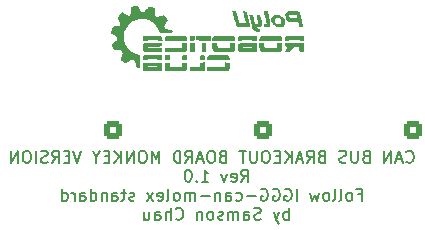
<source format=gbo>
G04 #@! TF.GenerationSoftware,KiCad,Pcbnew,6.0.1-79c1e3a40b~116~ubuntu18.04.1*
G04 #@! TF.CreationDate,2022-02-08T11:35:10+08:00*
G04 #@! TF.ProjectId,canbus_board,63616e62-7573-45f6-926f-6172642e6b69,rev?*
G04 #@! TF.SameCoordinates,Original*
G04 #@! TF.FileFunction,Legend,Bot*
G04 #@! TF.FilePolarity,Positive*
%FSLAX46Y46*%
G04 Gerber Fmt 4.6, Leading zero omitted, Abs format (unit mm)*
G04 Created by KiCad (PCBNEW 6.0.1-79c1e3a40b~116~ubuntu18.04.1) date 2022-02-08 11:35:10*
%MOMM*%
%LPD*%
G01*
G04 APERTURE LIST*
G04 Aperture macros list*
%AMRoundRect*
0 Rectangle with rounded corners*
0 $1 Rounding radius*
0 $2 $3 $4 $5 $6 $7 $8 $9 X,Y pos of 4 corners*
0 Add a 4 corners polygon primitive as box body*
4,1,4,$2,$3,$4,$5,$6,$7,$8,$9,$2,$3,0*
0 Add four circle primitives for the rounded corners*
1,1,$1+$1,$2,$3*
1,1,$1+$1,$4,$5*
1,1,$1+$1,$6,$7*
1,1,$1+$1,$8,$9*
0 Add four rect primitives between the rounded corners*
20,1,$1+$1,$2,$3,$4,$5,0*
20,1,$1+$1,$4,$5,$6,$7,0*
20,1,$1+$1,$6,$7,$8,$9,0*
20,1,$1+$1,$8,$9,$2,$3,0*%
G04 Aperture macros list end*
%ADD10C,0.150000*%
%ADD11C,1.000000*%
%ADD12RoundRect,0.250001X-0.499999X0.499999X-0.499999X-0.499999X0.499999X-0.499999X0.499999X0.499999X0*%
%ADD13C,1.500000*%
%ADD14RoundRect,0.250001X-0.499999X-0.499999X0.499999X-0.499999X0.499999X0.499999X-0.499999X0.499999X0*%
%ADD15RoundRect,0.250001X0.499999X0.499999X-0.499999X0.499999X-0.499999X-0.499999X0.499999X-0.499999X0*%
%ADD16R,1.700000X1.700000*%
%ADD17O,1.700000X1.700000*%
G04 APERTURE END LIST*
D10*
X105352380Y-49250142D02*
X105400000Y-49297761D01*
X105542857Y-49345380D01*
X105638095Y-49345380D01*
X105780952Y-49297761D01*
X105876190Y-49202523D01*
X105923809Y-49107285D01*
X105971428Y-48916809D01*
X105971428Y-48773952D01*
X105923809Y-48583476D01*
X105876190Y-48488238D01*
X105780952Y-48393000D01*
X105638095Y-48345380D01*
X105542857Y-48345380D01*
X105400000Y-48393000D01*
X105352380Y-48440619D01*
X104971428Y-49059666D02*
X104495238Y-49059666D01*
X105066666Y-49345380D02*
X104733333Y-48345380D01*
X104400000Y-49345380D01*
X104066666Y-49345380D02*
X104066666Y-48345380D01*
X103495238Y-49345380D01*
X103495238Y-48345380D01*
X101923809Y-48821571D02*
X101780952Y-48869190D01*
X101733333Y-48916809D01*
X101685714Y-49012047D01*
X101685714Y-49154904D01*
X101733333Y-49250142D01*
X101780952Y-49297761D01*
X101876190Y-49345380D01*
X102257142Y-49345380D01*
X102257142Y-48345380D01*
X101923809Y-48345380D01*
X101828571Y-48393000D01*
X101780952Y-48440619D01*
X101733333Y-48535857D01*
X101733333Y-48631095D01*
X101780952Y-48726333D01*
X101828571Y-48773952D01*
X101923809Y-48821571D01*
X102257142Y-48821571D01*
X101257142Y-48345380D02*
X101257142Y-49154904D01*
X101209523Y-49250142D01*
X101161904Y-49297761D01*
X101066666Y-49345380D01*
X100876190Y-49345380D01*
X100780952Y-49297761D01*
X100733333Y-49250142D01*
X100685714Y-49154904D01*
X100685714Y-48345380D01*
X100257142Y-49297761D02*
X100114285Y-49345380D01*
X99876190Y-49345380D01*
X99780952Y-49297761D01*
X99733333Y-49250142D01*
X99685714Y-49154904D01*
X99685714Y-49059666D01*
X99733333Y-48964428D01*
X99780952Y-48916809D01*
X99876190Y-48869190D01*
X100066666Y-48821571D01*
X100161904Y-48773952D01*
X100209523Y-48726333D01*
X100257142Y-48631095D01*
X100257142Y-48535857D01*
X100209523Y-48440619D01*
X100161904Y-48393000D01*
X100066666Y-48345380D01*
X99828571Y-48345380D01*
X99685714Y-48393000D01*
X98161904Y-48821571D02*
X98019047Y-48869190D01*
X97971428Y-48916809D01*
X97923809Y-49012047D01*
X97923809Y-49154904D01*
X97971428Y-49250142D01*
X98019047Y-49297761D01*
X98114285Y-49345380D01*
X98495238Y-49345380D01*
X98495238Y-48345380D01*
X98161904Y-48345380D01*
X98066666Y-48393000D01*
X98019047Y-48440619D01*
X97971428Y-48535857D01*
X97971428Y-48631095D01*
X98019047Y-48726333D01*
X98066666Y-48773952D01*
X98161904Y-48821571D01*
X98495238Y-48821571D01*
X96923809Y-49345380D02*
X97257142Y-48869190D01*
X97495238Y-49345380D02*
X97495238Y-48345380D01*
X97114285Y-48345380D01*
X97019047Y-48393000D01*
X96971428Y-48440619D01*
X96923809Y-48535857D01*
X96923809Y-48678714D01*
X96971428Y-48773952D01*
X97019047Y-48821571D01*
X97114285Y-48869190D01*
X97495238Y-48869190D01*
X96542857Y-49059666D02*
X96066666Y-49059666D01*
X96638095Y-49345380D02*
X96304761Y-48345380D01*
X95971428Y-49345380D01*
X95638095Y-49345380D02*
X95638095Y-48345380D01*
X95066666Y-49345380D02*
X95495238Y-48773952D01*
X95066666Y-48345380D02*
X95638095Y-48916809D01*
X94638095Y-48821571D02*
X94304761Y-48821571D01*
X94161904Y-49345380D02*
X94638095Y-49345380D01*
X94638095Y-48345380D01*
X94161904Y-48345380D01*
X93542857Y-48345380D02*
X93352380Y-48345380D01*
X93257142Y-48393000D01*
X93161904Y-48488238D01*
X93114285Y-48678714D01*
X93114285Y-49012047D01*
X93161904Y-49202523D01*
X93257142Y-49297761D01*
X93352380Y-49345380D01*
X93542857Y-49345380D01*
X93638095Y-49297761D01*
X93733333Y-49202523D01*
X93780952Y-49012047D01*
X93780952Y-48678714D01*
X93733333Y-48488238D01*
X93638095Y-48393000D01*
X93542857Y-48345380D01*
X92685714Y-48345380D02*
X92685714Y-49154904D01*
X92638095Y-49250142D01*
X92590476Y-49297761D01*
X92495238Y-49345380D01*
X92304761Y-49345380D01*
X92209523Y-49297761D01*
X92161904Y-49250142D01*
X92114285Y-49154904D01*
X92114285Y-48345380D01*
X91780952Y-48345380D02*
X91209523Y-48345380D01*
X91495238Y-49345380D02*
X91495238Y-48345380D01*
X89780952Y-48821571D02*
X89638095Y-48869190D01*
X89590476Y-48916809D01*
X89542857Y-49012047D01*
X89542857Y-49154904D01*
X89590476Y-49250142D01*
X89638095Y-49297761D01*
X89733333Y-49345380D01*
X90114285Y-49345380D01*
X90114285Y-48345380D01*
X89780952Y-48345380D01*
X89685714Y-48393000D01*
X89638095Y-48440619D01*
X89590476Y-48535857D01*
X89590476Y-48631095D01*
X89638095Y-48726333D01*
X89685714Y-48773952D01*
X89780952Y-48821571D01*
X90114285Y-48821571D01*
X88923809Y-48345380D02*
X88733333Y-48345380D01*
X88638095Y-48393000D01*
X88542857Y-48488238D01*
X88495238Y-48678714D01*
X88495238Y-49012047D01*
X88542857Y-49202523D01*
X88638095Y-49297761D01*
X88733333Y-49345380D01*
X88923809Y-49345380D01*
X89019047Y-49297761D01*
X89114285Y-49202523D01*
X89161904Y-49012047D01*
X89161904Y-48678714D01*
X89114285Y-48488238D01*
X89019047Y-48393000D01*
X88923809Y-48345380D01*
X88114285Y-49059666D02*
X87638095Y-49059666D01*
X88209523Y-49345380D02*
X87876190Y-48345380D01*
X87542857Y-49345380D01*
X86638095Y-49345380D02*
X86971428Y-48869190D01*
X87209523Y-49345380D02*
X87209523Y-48345380D01*
X86828571Y-48345380D01*
X86733333Y-48393000D01*
X86685714Y-48440619D01*
X86638095Y-48535857D01*
X86638095Y-48678714D01*
X86685714Y-48773952D01*
X86733333Y-48821571D01*
X86828571Y-48869190D01*
X87209523Y-48869190D01*
X86209523Y-49345380D02*
X86209523Y-48345380D01*
X85971428Y-48345380D01*
X85828571Y-48393000D01*
X85733333Y-48488238D01*
X85685714Y-48583476D01*
X85638095Y-48773952D01*
X85638095Y-48916809D01*
X85685714Y-49107285D01*
X85733333Y-49202523D01*
X85828571Y-49297761D01*
X85971428Y-49345380D01*
X86209523Y-49345380D01*
X84447619Y-49345380D02*
X84447619Y-48345380D01*
X84114285Y-49059666D01*
X83780952Y-48345380D01*
X83780952Y-49345380D01*
X83114285Y-48345380D02*
X82923809Y-48345380D01*
X82828571Y-48393000D01*
X82733333Y-48488238D01*
X82685714Y-48678714D01*
X82685714Y-49012047D01*
X82733333Y-49202523D01*
X82828571Y-49297761D01*
X82923809Y-49345380D01*
X83114285Y-49345380D01*
X83209523Y-49297761D01*
X83304761Y-49202523D01*
X83352380Y-49012047D01*
X83352380Y-48678714D01*
X83304761Y-48488238D01*
X83209523Y-48393000D01*
X83114285Y-48345380D01*
X82257142Y-49345380D02*
X82257142Y-48345380D01*
X81685714Y-49345380D01*
X81685714Y-48345380D01*
X81209523Y-49345380D02*
X81209523Y-48345380D01*
X80638095Y-49345380D02*
X81066666Y-48773952D01*
X80638095Y-48345380D02*
X81209523Y-48916809D01*
X80209523Y-48821571D02*
X79876190Y-48821571D01*
X79733333Y-49345380D02*
X80209523Y-49345380D01*
X80209523Y-48345380D01*
X79733333Y-48345380D01*
X79114285Y-48869190D02*
X79114285Y-49345380D01*
X79447619Y-48345380D02*
X79114285Y-48869190D01*
X78780952Y-48345380D01*
X77828571Y-48345380D02*
X77495238Y-49345380D01*
X77161904Y-48345380D01*
X76828571Y-48821571D02*
X76495238Y-48821571D01*
X76352380Y-49345380D02*
X76828571Y-49345380D01*
X76828571Y-48345380D01*
X76352380Y-48345380D01*
X75352380Y-49345380D02*
X75685714Y-48869190D01*
X75923809Y-49345380D02*
X75923809Y-48345380D01*
X75542857Y-48345380D01*
X75447619Y-48393000D01*
X75400000Y-48440619D01*
X75352380Y-48535857D01*
X75352380Y-48678714D01*
X75400000Y-48773952D01*
X75447619Y-48821571D01*
X75542857Y-48869190D01*
X75923809Y-48869190D01*
X74971428Y-49297761D02*
X74828571Y-49345380D01*
X74590476Y-49345380D01*
X74495238Y-49297761D01*
X74447619Y-49250142D01*
X74400000Y-49154904D01*
X74400000Y-49059666D01*
X74447619Y-48964428D01*
X74495238Y-48916809D01*
X74590476Y-48869190D01*
X74780952Y-48821571D01*
X74876190Y-48773952D01*
X74923809Y-48726333D01*
X74971428Y-48631095D01*
X74971428Y-48535857D01*
X74923809Y-48440619D01*
X74876190Y-48393000D01*
X74780952Y-48345380D01*
X74542857Y-48345380D01*
X74400000Y-48393000D01*
X73971428Y-49345380D02*
X73971428Y-48345380D01*
X73304761Y-48345380D02*
X73114285Y-48345380D01*
X73019047Y-48393000D01*
X72923809Y-48488238D01*
X72876190Y-48678714D01*
X72876190Y-49012047D01*
X72923809Y-49202523D01*
X73019047Y-49297761D01*
X73114285Y-49345380D01*
X73304761Y-49345380D01*
X73400000Y-49297761D01*
X73495238Y-49202523D01*
X73542857Y-49012047D01*
X73542857Y-48678714D01*
X73495238Y-48488238D01*
X73400000Y-48393000D01*
X73304761Y-48345380D01*
X72447619Y-49345380D02*
X72447619Y-48345380D01*
X71876190Y-49345380D01*
X71876190Y-48345380D01*
X91352380Y-50955380D02*
X91685714Y-50479190D01*
X91923809Y-50955380D02*
X91923809Y-49955380D01*
X91542857Y-49955380D01*
X91447619Y-50003000D01*
X91400000Y-50050619D01*
X91352380Y-50145857D01*
X91352380Y-50288714D01*
X91400000Y-50383952D01*
X91447619Y-50431571D01*
X91542857Y-50479190D01*
X91923809Y-50479190D01*
X90542857Y-50907761D02*
X90638095Y-50955380D01*
X90828571Y-50955380D01*
X90923809Y-50907761D01*
X90971428Y-50812523D01*
X90971428Y-50431571D01*
X90923809Y-50336333D01*
X90828571Y-50288714D01*
X90638095Y-50288714D01*
X90542857Y-50336333D01*
X90495238Y-50431571D01*
X90495238Y-50526809D01*
X90971428Y-50622047D01*
X90161904Y-50288714D02*
X89923809Y-50955380D01*
X89685714Y-50288714D01*
X88019047Y-50955380D02*
X88590476Y-50955380D01*
X88304761Y-50955380D02*
X88304761Y-49955380D01*
X88400000Y-50098238D01*
X88495238Y-50193476D01*
X88590476Y-50241095D01*
X87590476Y-50860142D02*
X87542857Y-50907761D01*
X87590476Y-50955380D01*
X87638095Y-50907761D01*
X87590476Y-50860142D01*
X87590476Y-50955380D01*
X86923809Y-49955380D02*
X86828571Y-49955380D01*
X86733333Y-50003000D01*
X86685714Y-50050619D01*
X86638095Y-50145857D01*
X86590476Y-50336333D01*
X86590476Y-50574428D01*
X86638095Y-50764904D01*
X86685714Y-50860142D01*
X86733333Y-50907761D01*
X86828571Y-50955380D01*
X86923809Y-50955380D01*
X87019047Y-50907761D01*
X87066666Y-50860142D01*
X87114285Y-50764904D01*
X87161904Y-50574428D01*
X87161904Y-50336333D01*
X87114285Y-50145857D01*
X87066666Y-50050619D01*
X87019047Y-50003000D01*
X86923809Y-49955380D01*
X101257142Y-52041571D02*
X101590476Y-52041571D01*
X101590476Y-52565380D02*
X101590476Y-51565380D01*
X101114285Y-51565380D01*
X100590476Y-52565380D02*
X100685714Y-52517761D01*
X100733333Y-52470142D01*
X100780952Y-52374904D01*
X100780952Y-52089190D01*
X100733333Y-51993952D01*
X100685714Y-51946333D01*
X100590476Y-51898714D01*
X100447619Y-51898714D01*
X100352380Y-51946333D01*
X100304761Y-51993952D01*
X100257142Y-52089190D01*
X100257142Y-52374904D01*
X100304761Y-52470142D01*
X100352380Y-52517761D01*
X100447619Y-52565380D01*
X100590476Y-52565380D01*
X99685714Y-52565380D02*
X99780952Y-52517761D01*
X99828571Y-52422523D01*
X99828571Y-51565380D01*
X99161904Y-52565380D02*
X99257142Y-52517761D01*
X99304761Y-52422523D01*
X99304761Y-51565380D01*
X98638095Y-52565380D02*
X98733333Y-52517761D01*
X98780952Y-52470142D01*
X98828571Y-52374904D01*
X98828571Y-52089190D01*
X98780952Y-51993952D01*
X98733333Y-51946333D01*
X98638095Y-51898714D01*
X98495238Y-51898714D01*
X98400000Y-51946333D01*
X98352380Y-51993952D01*
X98304761Y-52089190D01*
X98304761Y-52374904D01*
X98352380Y-52470142D01*
X98400000Y-52517761D01*
X98495238Y-52565380D01*
X98638095Y-52565380D01*
X97971428Y-51898714D02*
X97780952Y-52565380D01*
X97590476Y-52089190D01*
X97400000Y-52565380D01*
X97209523Y-51898714D01*
X96066666Y-52565380D02*
X96066666Y-51565380D01*
X95066666Y-51613000D02*
X95161904Y-51565380D01*
X95304761Y-51565380D01*
X95447619Y-51613000D01*
X95542857Y-51708238D01*
X95590476Y-51803476D01*
X95638095Y-51993952D01*
X95638095Y-52136809D01*
X95590476Y-52327285D01*
X95542857Y-52422523D01*
X95447619Y-52517761D01*
X95304761Y-52565380D01*
X95209523Y-52565380D01*
X95066666Y-52517761D01*
X95019047Y-52470142D01*
X95019047Y-52136809D01*
X95209523Y-52136809D01*
X94066666Y-51613000D02*
X94161904Y-51565380D01*
X94304761Y-51565380D01*
X94447619Y-51613000D01*
X94542857Y-51708238D01*
X94590476Y-51803476D01*
X94638095Y-51993952D01*
X94638095Y-52136809D01*
X94590476Y-52327285D01*
X94542857Y-52422523D01*
X94447619Y-52517761D01*
X94304761Y-52565380D01*
X94209523Y-52565380D01*
X94066666Y-52517761D01*
X94019047Y-52470142D01*
X94019047Y-52136809D01*
X94209523Y-52136809D01*
X93066666Y-51613000D02*
X93161904Y-51565380D01*
X93304761Y-51565380D01*
X93447619Y-51613000D01*
X93542857Y-51708238D01*
X93590476Y-51803476D01*
X93638095Y-51993952D01*
X93638095Y-52136809D01*
X93590476Y-52327285D01*
X93542857Y-52422523D01*
X93447619Y-52517761D01*
X93304761Y-52565380D01*
X93209523Y-52565380D01*
X93066666Y-52517761D01*
X93019047Y-52470142D01*
X93019047Y-52136809D01*
X93209523Y-52136809D01*
X92590476Y-52184428D02*
X91828571Y-52184428D01*
X90923809Y-52517761D02*
X91019047Y-52565380D01*
X91209523Y-52565380D01*
X91304761Y-52517761D01*
X91352380Y-52470142D01*
X91400000Y-52374904D01*
X91400000Y-52089190D01*
X91352380Y-51993952D01*
X91304761Y-51946333D01*
X91209523Y-51898714D01*
X91019047Y-51898714D01*
X90923809Y-51946333D01*
X90066666Y-52565380D02*
X90066666Y-52041571D01*
X90114285Y-51946333D01*
X90209523Y-51898714D01*
X90400000Y-51898714D01*
X90495238Y-51946333D01*
X90066666Y-52517761D02*
X90161904Y-52565380D01*
X90400000Y-52565380D01*
X90495238Y-52517761D01*
X90542857Y-52422523D01*
X90542857Y-52327285D01*
X90495238Y-52232047D01*
X90400000Y-52184428D01*
X90161904Y-52184428D01*
X90066666Y-52136809D01*
X89590476Y-51898714D02*
X89590476Y-52565380D01*
X89590476Y-51993952D02*
X89542857Y-51946333D01*
X89447619Y-51898714D01*
X89304761Y-51898714D01*
X89209523Y-51946333D01*
X89161904Y-52041571D01*
X89161904Y-52565380D01*
X88685714Y-52184428D02*
X87923809Y-52184428D01*
X87447619Y-52565380D02*
X87447619Y-51898714D01*
X87447619Y-51993952D02*
X87400000Y-51946333D01*
X87304761Y-51898714D01*
X87161904Y-51898714D01*
X87066666Y-51946333D01*
X87019047Y-52041571D01*
X87019047Y-52565380D01*
X87019047Y-52041571D02*
X86971428Y-51946333D01*
X86876190Y-51898714D01*
X86733333Y-51898714D01*
X86638095Y-51946333D01*
X86590476Y-52041571D01*
X86590476Y-52565380D01*
X85971428Y-52565380D02*
X86066666Y-52517761D01*
X86114285Y-52470142D01*
X86161904Y-52374904D01*
X86161904Y-52089190D01*
X86114285Y-51993952D01*
X86066666Y-51946333D01*
X85971428Y-51898714D01*
X85828571Y-51898714D01*
X85733333Y-51946333D01*
X85685714Y-51993952D01*
X85638095Y-52089190D01*
X85638095Y-52374904D01*
X85685714Y-52470142D01*
X85733333Y-52517761D01*
X85828571Y-52565380D01*
X85971428Y-52565380D01*
X85066666Y-52565380D02*
X85161904Y-52517761D01*
X85209523Y-52422523D01*
X85209523Y-51565380D01*
X84304761Y-52517761D02*
X84400000Y-52565380D01*
X84590476Y-52565380D01*
X84685714Y-52517761D01*
X84733333Y-52422523D01*
X84733333Y-52041571D01*
X84685714Y-51946333D01*
X84590476Y-51898714D01*
X84400000Y-51898714D01*
X84304761Y-51946333D01*
X84257142Y-52041571D01*
X84257142Y-52136809D01*
X84733333Y-52232047D01*
X83923809Y-52565380D02*
X83400000Y-51898714D01*
X83923809Y-51898714D02*
X83400000Y-52565380D01*
X82304761Y-52517761D02*
X82209523Y-52565380D01*
X82019047Y-52565380D01*
X81923809Y-52517761D01*
X81876190Y-52422523D01*
X81876190Y-52374904D01*
X81923809Y-52279666D01*
X82019047Y-52232047D01*
X82161904Y-52232047D01*
X82257142Y-52184428D01*
X82304761Y-52089190D01*
X82304761Y-52041571D01*
X82257142Y-51946333D01*
X82161904Y-51898714D01*
X82019047Y-51898714D01*
X81923809Y-51946333D01*
X81590476Y-51898714D02*
X81209523Y-51898714D01*
X81447619Y-51565380D02*
X81447619Y-52422523D01*
X81400000Y-52517761D01*
X81304761Y-52565380D01*
X81209523Y-52565380D01*
X80447619Y-52565380D02*
X80447619Y-52041571D01*
X80495238Y-51946333D01*
X80590476Y-51898714D01*
X80780952Y-51898714D01*
X80876190Y-51946333D01*
X80447619Y-52517761D02*
X80542857Y-52565380D01*
X80780952Y-52565380D01*
X80876190Y-52517761D01*
X80923809Y-52422523D01*
X80923809Y-52327285D01*
X80876190Y-52232047D01*
X80780952Y-52184428D01*
X80542857Y-52184428D01*
X80447619Y-52136809D01*
X79971428Y-51898714D02*
X79971428Y-52565380D01*
X79971428Y-51993952D02*
X79923809Y-51946333D01*
X79828571Y-51898714D01*
X79685714Y-51898714D01*
X79590476Y-51946333D01*
X79542857Y-52041571D01*
X79542857Y-52565380D01*
X78638095Y-52565380D02*
X78638095Y-51565380D01*
X78638095Y-52517761D02*
X78733333Y-52565380D01*
X78923809Y-52565380D01*
X79019047Y-52517761D01*
X79066666Y-52470142D01*
X79114285Y-52374904D01*
X79114285Y-52089190D01*
X79066666Y-51993952D01*
X79019047Y-51946333D01*
X78923809Y-51898714D01*
X78733333Y-51898714D01*
X78638095Y-51946333D01*
X77733333Y-52565380D02*
X77733333Y-52041571D01*
X77780952Y-51946333D01*
X77876190Y-51898714D01*
X78066666Y-51898714D01*
X78161904Y-51946333D01*
X77733333Y-52517761D02*
X77828571Y-52565380D01*
X78066666Y-52565380D01*
X78161904Y-52517761D01*
X78209523Y-52422523D01*
X78209523Y-52327285D01*
X78161904Y-52232047D01*
X78066666Y-52184428D01*
X77828571Y-52184428D01*
X77733333Y-52136809D01*
X77257142Y-52565380D02*
X77257142Y-51898714D01*
X77257142Y-52089190D02*
X77209523Y-51993952D01*
X77161904Y-51946333D01*
X77066666Y-51898714D01*
X76971428Y-51898714D01*
X76209523Y-52565380D02*
X76209523Y-51565380D01*
X76209523Y-52517761D02*
X76304761Y-52565380D01*
X76495238Y-52565380D01*
X76590476Y-52517761D01*
X76638095Y-52470142D01*
X76685714Y-52374904D01*
X76685714Y-52089190D01*
X76638095Y-51993952D01*
X76590476Y-51946333D01*
X76495238Y-51898714D01*
X76304761Y-51898714D01*
X76209523Y-51946333D01*
X95400000Y-54175380D02*
X95400000Y-53175380D01*
X95400000Y-53556333D02*
X95304761Y-53508714D01*
X95114285Y-53508714D01*
X95019047Y-53556333D01*
X94971428Y-53603952D01*
X94923809Y-53699190D01*
X94923809Y-53984904D01*
X94971428Y-54080142D01*
X95019047Y-54127761D01*
X95114285Y-54175380D01*
X95304761Y-54175380D01*
X95400000Y-54127761D01*
X94590476Y-53508714D02*
X94352380Y-54175380D01*
X94114285Y-53508714D02*
X94352380Y-54175380D01*
X94447619Y-54413476D01*
X94495238Y-54461095D01*
X94590476Y-54508714D01*
X93019047Y-54127761D02*
X92876190Y-54175380D01*
X92638095Y-54175380D01*
X92542857Y-54127761D01*
X92495238Y-54080142D01*
X92447619Y-53984904D01*
X92447619Y-53889666D01*
X92495238Y-53794428D01*
X92542857Y-53746809D01*
X92638095Y-53699190D01*
X92828571Y-53651571D01*
X92923809Y-53603952D01*
X92971428Y-53556333D01*
X93019047Y-53461095D01*
X93019047Y-53365857D01*
X92971428Y-53270619D01*
X92923809Y-53223000D01*
X92828571Y-53175380D01*
X92590476Y-53175380D01*
X92447619Y-53223000D01*
X91590476Y-54175380D02*
X91590476Y-53651571D01*
X91638095Y-53556333D01*
X91733333Y-53508714D01*
X91923809Y-53508714D01*
X92019047Y-53556333D01*
X91590476Y-54127761D02*
X91685714Y-54175380D01*
X91923809Y-54175380D01*
X92019047Y-54127761D01*
X92066666Y-54032523D01*
X92066666Y-53937285D01*
X92019047Y-53842047D01*
X91923809Y-53794428D01*
X91685714Y-53794428D01*
X91590476Y-53746809D01*
X91114285Y-54175380D02*
X91114285Y-53508714D01*
X91114285Y-53603952D02*
X91066666Y-53556333D01*
X90971428Y-53508714D01*
X90828571Y-53508714D01*
X90733333Y-53556333D01*
X90685714Y-53651571D01*
X90685714Y-54175380D01*
X90685714Y-53651571D02*
X90638095Y-53556333D01*
X90542857Y-53508714D01*
X90400000Y-53508714D01*
X90304761Y-53556333D01*
X90257142Y-53651571D01*
X90257142Y-54175380D01*
X89828571Y-54127761D02*
X89733333Y-54175380D01*
X89542857Y-54175380D01*
X89447619Y-54127761D01*
X89400000Y-54032523D01*
X89400000Y-53984904D01*
X89447619Y-53889666D01*
X89542857Y-53842047D01*
X89685714Y-53842047D01*
X89780952Y-53794428D01*
X89828571Y-53699190D01*
X89828571Y-53651571D01*
X89780952Y-53556333D01*
X89685714Y-53508714D01*
X89542857Y-53508714D01*
X89447619Y-53556333D01*
X88828571Y-54175380D02*
X88923809Y-54127761D01*
X88971428Y-54080142D01*
X89019047Y-53984904D01*
X89019047Y-53699190D01*
X88971428Y-53603952D01*
X88923809Y-53556333D01*
X88828571Y-53508714D01*
X88685714Y-53508714D01*
X88590476Y-53556333D01*
X88542857Y-53603952D01*
X88495238Y-53699190D01*
X88495238Y-53984904D01*
X88542857Y-54080142D01*
X88590476Y-54127761D01*
X88685714Y-54175380D01*
X88828571Y-54175380D01*
X88066666Y-53508714D02*
X88066666Y-54175380D01*
X88066666Y-53603952D02*
X88019047Y-53556333D01*
X87923809Y-53508714D01*
X87780952Y-53508714D01*
X87685714Y-53556333D01*
X87638095Y-53651571D01*
X87638095Y-54175380D01*
X85828571Y-54080142D02*
X85876190Y-54127761D01*
X86019047Y-54175380D01*
X86114285Y-54175380D01*
X86257142Y-54127761D01*
X86352380Y-54032523D01*
X86400000Y-53937285D01*
X86447619Y-53746809D01*
X86447619Y-53603952D01*
X86400000Y-53413476D01*
X86352380Y-53318238D01*
X86257142Y-53223000D01*
X86114285Y-53175380D01*
X86019047Y-53175380D01*
X85876190Y-53223000D01*
X85828571Y-53270619D01*
X85400000Y-54175380D02*
X85400000Y-53175380D01*
X84971428Y-54175380D02*
X84971428Y-53651571D01*
X85019047Y-53556333D01*
X85114285Y-53508714D01*
X85257142Y-53508714D01*
X85352380Y-53556333D01*
X85400000Y-53603952D01*
X84066666Y-54175380D02*
X84066666Y-53651571D01*
X84114285Y-53556333D01*
X84209523Y-53508714D01*
X84400000Y-53508714D01*
X84495238Y-53556333D01*
X84066666Y-54127761D02*
X84161904Y-54175380D01*
X84400000Y-54175380D01*
X84495238Y-54127761D01*
X84542857Y-54032523D01*
X84542857Y-53937285D01*
X84495238Y-53842047D01*
X84400000Y-53794428D01*
X84161904Y-53794428D01*
X84066666Y-53746809D01*
X83161904Y-53508714D02*
X83161904Y-54175380D01*
X83590476Y-53508714D02*
X83590476Y-54032523D01*
X83542857Y-54127761D01*
X83447619Y-54175380D01*
X83304761Y-54175380D01*
X83209523Y-54127761D01*
X83161904Y-54080142D01*
G36*
X88169193Y-40252148D02*
G01*
X88174973Y-40253313D01*
X88225868Y-40267745D01*
X88252608Y-40295567D01*
X88262957Y-40353559D01*
X88264682Y-40458503D01*
X88264682Y-40645736D01*
X87882727Y-40645736D01*
X87882727Y-40458503D01*
X87882731Y-40447169D01*
X87884893Y-40346941D01*
X87896351Y-40292215D01*
X87924870Y-40266211D01*
X87978215Y-40252148D01*
X88063261Y-40244340D01*
X88169193Y-40252148D01*
G37*
G36*
X82633282Y-36073968D02*
G01*
X82653808Y-36097204D01*
X82696786Y-36165083D01*
X82746938Y-36257967D01*
X82814080Y-36386522D01*
X82879289Y-36493142D01*
X82936456Y-36557774D01*
X82994172Y-36589726D01*
X83061029Y-36598309D01*
X83099906Y-36596372D01*
X83147557Y-36581796D01*
X83194902Y-36544190D01*
X83253586Y-36473404D01*
X83335256Y-36359287D01*
X83373031Y-36306917D01*
X83449698Y-36211195D01*
X83513511Y-36144992D01*
X83553547Y-36120266D01*
X83555702Y-36120321D01*
X83613673Y-36131466D01*
X83710426Y-36158219D01*
X83826213Y-36195157D01*
X84047263Y-36270049D01*
X84047263Y-36579406D01*
X84047265Y-36589934D01*
X84048451Y-36730326D01*
X84053925Y-36822197D01*
X84066762Y-36879876D01*
X84090040Y-36917694D01*
X84126837Y-36949979D01*
X84183929Y-36987224D01*
X84247855Y-37006131D01*
X84326301Y-37000419D01*
X84433437Y-36968855D01*
X84583433Y-36910204D01*
X84833137Y-36807281D01*
X84925155Y-36917914D01*
X84939020Y-36934765D01*
X85023057Y-37041772D01*
X85100886Y-37147139D01*
X85184599Y-37265731D01*
X85021758Y-37485667D01*
X84935627Y-37606141D01*
X84884700Y-37694182D01*
X84865314Y-37764883D01*
X84873082Y-37834309D01*
X84903621Y-37918524D01*
X84915356Y-37945452D01*
X84943889Y-37991553D01*
X84987123Y-38021190D01*
X85061167Y-38042830D01*
X85182130Y-38064945D01*
X85238585Y-38074585D01*
X85381444Y-38102094D01*
X85474638Y-38128433D01*
X85528461Y-38158693D01*
X85553207Y-38197961D01*
X85559168Y-38251325D01*
X85547733Y-38317982D01*
X85508820Y-38363657D01*
X85479717Y-38369978D01*
X85390726Y-38377584D01*
X85263227Y-38381906D01*
X85111814Y-38383143D01*
X84951075Y-38381494D01*
X84795603Y-38377158D01*
X84659990Y-38370332D01*
X84558824Y-38361217D01*
X84506699Y-38350010D01*
X84470148Y-38322817D01*
X84445108Y-38278304D01*
X84439446Y-38240925D01*
X84402175Y-38141754D01*
X84337745Y-38017277D01*
X84255166Y-37882775D01*
X84163447Y-37753530D01*
X84071599Y-37644821D01*
X84032132Y-37604486D01*
X83797905Y-37408671D01*
X83546531Y-37272480D01*
X83271189Y-37192966D01*
X82965057Y-37167186D01*
X82780612Y-37177523D01*
X82480771Y-37241532D01*
X82206467Y-37360923D01*
X81963493Y-37532110D01*
X81757644Y-37751505D01*
X81594712Y-38015523D01*
X81561862Y-38086681D01*
X81465038Y-38384230D01*
X81429646Y-38683646D01*
X81454650Y-38978587D01*
X81539016Y-39262715D01*
X81681709Y-39529690D01*
X81881693Y-39773172D01*
X81888977Y-39780465D01*
X82094925Y-39957321D01*
X82316716Y-40087170D01*
X82576505Y-40183079D01*
X82758165Y-40235956D01*
X82758165Y-41314996D01*
X82650659Y-41314996D01*
X82605194Y-41313144D01*
X82544303Y-41295785D01*
X82502608Y-41250357D01*
X82471561Y-41165079D01*
X82442619Y-41028171D01*
X82432879Y-40975671D01*
X82407493Y-40849702D01*
X82384120Y-40768722D01*
X82356012Y-40719271D01*
X82316422Y-40687893D01*
X82258603Y-40661130D01*
X82185028Y-40633288D01*
X82108158Y-40619735D01*
X82035636Y-40635515D01*
X81950330Y-40685164D01*
X81835108Y-40773214D01*
X81811129Y-40792146D01*
X81714026Y-40863574D01*
X81635224Y-40913670D01*
X81589911Y-40932562D01*
X81577694Y-40930487D01*
X81516091Y-40900348D01*
X81431254Y-40843787D01*
X81338540Y-40772982D01*
X81253303Y-40700114D01*
X81190900Y-40637360D01*
X81166687Y-40596899D01*
X81167597Y-40588428D01*
X81184531Y-40525911D01*
X81218445Y-40426554D01*
X81263556Y-40307626D01*
X81360426Y-40063465D01*
X81278071Y-39938862D01*
X81195716Y-39814260D01*
X80580774Y-39833064D01*
X80493036Y-39609977D01*
X80487006Y-39594559D01*
X80445413Y-39483074D01*
X80415728Y-39394659D01*
X80404037Y-39347282D01*
X80410486Y-39332948D01*
X80456581Y-39282906D01*
X80537399Y-39212084D01*
X80641499Y-39130908D01*
X80712741Y-39077464D01*
X80800698Y-39006092D01*
X80851322Y-38952341D01*
X80874403Y-38904740D01*
X80879733Y-38851822D01*
X80879697Y-38846244D01*
X80875106Y-38776603D01*
X80855545Y-38724381D01*
X80810337Y-38678478D01*
X80728809Y-38627793D01*
X80600283Y-38561223D01*
X80569239Y-38545284D01*
X80463626Y-38485681D01*
X80385637Y-38433352D01*
X80350313Y-38398115D01*
X80348726Y-38391593D01*
X80350587Y-38329239D01*
X80365723Y-38227764D01*
X80391529Y-38105644D01*
X80411521Y-38024999D01*
X80444075Y-37925887D01*
X80486854Y-37864438D01*
X80553216Y-37831298D01*
X80656520Y-37817112D01*
X80810124Y-37812527D01*
X80885572Y-37810207D01*
X80975139Y-37799046D01*
X81035614Y-37772917D01*
X81088632Y-37725023D01*
X81097058Y-37715675D01*
X81146500Y-37648609D01*
X81166687Y-37598675D01*
X81164145Y-37586651D01*
X81137225Y-37524768D01*
X81087159Y-37430049D01*
X81021741Y-37317611D01*
X80958464Y-37211336D01*
X80915226Y-37121092D01*
X80906508Y-37050198D01*
X80935174Y-36982794D01*
X81004089Y-36903021D01*
X81116116Y-36795021D01*
X81293824Y-36626741D01*
X81567281Y-36775990D01*
X81840739Y-36925239D01*
X81925455Y-36862155D01*
X81958739Y-36834296D01*
X81988212Y-36793747D01*
X82008225Y-36733326D01*
X82023228Y-36638451D01*
X82037674Y-36494539D01*
X82065178Y-36190007D01*
X82333927Y-36122518D01*
X82384686Y-36110241D01*
X82502153Y-36085690D01*
X82590379Y-36072730D01*
X82633282Y-36073968D01*
G37*
G36*
X85189800Y-40253000D02*
G01*
X85304531Y-40271642D01*
X85304531Y-40645736D01*
X84890747Y-40645736D01*
X84890747Y-40458503D01*
X84890748Y-40451855D01*
X84892809Y-40349590D01*
X84903858Y-40293483D01*
X84931392Y-40266802D01*
X84982908Y-40252814D01*
X84985016Y-40252403D01*
X85083242Y-40245259D01*
X85189800Y-40253000D01*
G37*
G36*
X90187011Y-40875389D02*
G01*
X90381348Y-40884758D01*
X90390588Y-41147377D01*
X90391919Y-41194980D01*
X90388091Y-41351314D01*
X90367034Y-41458705D01*
X90325416Y-41527921D01*
X90259907Y-41569730D01*
X90213835Y-41576961D01*
X90112041Y-41583938D01*
X89964493Y-41590010D01*
X89780351Y-41594877D01*
X89568777Y-41598241D01*
X89338930Y-41599802D01*
X88487489Y-41601822D01*
X88487489Y-41283127D01*
X89179782Y-41282639D01*
X89260104Y-41282406D01*
X89458830Y-41280250D01*
X89633431Y-41276144D01*
X89774023Y-41270451D01*
X89870723Y-41263532D01*
X89913648Y-41255750D01*
X89932520Y-41228488D01*
X89956897Y-41151343D01*
X89973948Y-41047685D01*
X89992674Y-40866021D01*
X90187011Y-40875389D01*
G37*
G36*
X87421198Y-38622022D02*
G01*
X87431059Y-38777321D01*
X87433282Y-38827576D01*
X87432130Y-38920199D01*
X87424101Y-38976505D01*
X87407637Y-38994872D01*
X87339564Y-39014234D01*
X87215305Y-39020391D01*
X87023328Y-39020391D01*
X87023328Y-38603046D01*
X87421198Y-38622022D01*
G37*
G36*
X90023300Y-38606122D02*
G01*
X90266886Y-38607076D01*
X90456684Y-38610712D01*
X90599405Y-38618836D01*
X90701758Y-38633251D01*
X90770455Y-38655762D01*
X90812205Y-38688173D01*
X90833719Y-38732289D01*
X90841706Y-38789913D01*
X90842877Y-38862851D01*
X90842877Y-39020391D01*
X88933103Y-39020391D01*
X88933103Y-38862851D01*
X88933231Y-38826467D01*
X88936778Y-38760968D01*
X88950301Y-38709933D01*
X88980512Y-38671556D01*
X89034121Y-38644034D01*
X89117838Y-38625562D01*
X89238373Y-38614335D01*
X89402437Y-38608550D01*
X89616739Y-38606403D01*
X89887990Y-38606088D01*
X90023300Y-38606122D01*
G37*
G36*
X92715882Y-39790630D02*
G01*
X92712594Y-39887420D01*
X92706455Y-39936125D01*
X92698681Y-39945609D01*
X92668040Y-39957359D01*
X92608701Y-39965628D01*
X92513678Y-39970730D01*
X92375985Y-39972976D01*
X92188635Y-39972678D01*
X91944641Y-39970149D01*
X91837921Y-39968803D01*
X91601377Y-39965189D01*
X91418809Y-39959038D01*
X91283234Y-39947364D01*
X91187671Y-39927180D01*
X91125138Y-39895498D01*
X91088655Y-39849331D01*
X91071239Y-39785691D01*
X91065909Y-39701590D01*
X91065684Y-39594043D01*
X91065676Y-39589386D01*
X91525747Y-39589386D01*
X91571973Y-39624313D01*
X91586828Y-39629780D01*
X91660071Y-39641917D01*
X91770006Y-39650807D01*
X91899941Y-39656163D01*
X92033183Y-39657700D01*
X92153038Y-39655131D01*
X92242814Y-39648172D01*
X92285818Y-39636535D01*
X92292899Y-39626998D01*
X92307037Y-39572796D01*
X92304187Y-39563291D01*
X92275382Y-39547427D01*
X92208603Y-39537277D01*
X92095309Y-39531888D01*
X91926961Y-39530304D01*
X91917046Y-39530310D01*
X91729046Y-39533976D01*
X91602411Y-39544713D01*
X91535269Y-39563017D01*
X91525747Y-39589386D01*
X91065676Y-39589386D01*
X91065594Y-39543979D01*
X91067098Y-39446906D01*
X91076631Y-39372019D01*
X91101146Y-39316442D01*
X91147597Y-39277302D01*
X91222936Y-39251724D01*
X91334117Y-39236833D01*
X91488093Y-39229756D01*
X91691816Y-39227617D01*
X91952240Y-39227543D01*
X92704907Y-39227543D01*
X92714042Y-39560019D01*
X92714290Y-39572796D01*
X92716005Y-39661357D01*
X92715882Y-39790630D01*
G37*
G36*
X84027189Y-38606915D02*
G01*
X84238565Y-38609174D01*
X84398792Y-38615393D01*
X84515145Y-38627678D01*
X84594901Y-38648137D01*
X84645336Y-38678877D01*
X84673725Y-38722005D01*
X84687347Y-38779627D01*
X84693475Y-38853851D01*
X84703096Y-39020391D01*
X84498438Y-39020391D01*
X84411404Y-39018109D01*
X84308151Y-39003070D01*
X84254155Y-38972587D01*
X84251349Y-38969437D01*
X84214423Y-38947892D01*
X84146058Y-38934160D01*
X84035551Y-38926904D01*
X83872200Y-38924783D01*
X83849619Y-38924810D01*
X83693124Y-38927473D01*
X83588198Y-38935430D01*
X83524139Y-38950022D01*
X83490245Y-38972587D01*
X83454540Y-38996684D01*
X83369680Y-39014762D01*
X83231712Y-39020391D01*
X83012802Y-39020391D01*
X83012802Y-38862851D01*
X83013412Y-38809996D01*
X83019995Y-38743900D01*
X83039786Y-38693891D01*
X83079992Y-38657735D01*
X83147820Y-38633199D01*
X83250477Y-38618047D01*
X83395171Y-38610046D01*
X83589108Y-38606961D01*
X83839496Y-38606558D01*
X84027189Y-38606915D01*
G37*
G36*
X93325584Y-39380800D02*
G01*
X93326072Y-39424475D01*
X93334439Y-39510339D01*
X93360385Y-39570349D01*
X93413126Y-39609519D01*
X93501877Y-39632863D01*
X93635852Y-39645394D01*
X93824266Y-39652126D01*
X93980499Y-39653785D01*
X94134148Y-39650313D01*
X94252032Y-39641840D01*
X94320258Y-39629013D01*
X94359383Y-39611600D01*
X94391531Y-39579818D01*
X94405038Y-39522088D01*
X94407789Y-39419549D01*
X94407789Y-39243478D01*
X94821574Y-39243478D01*
X94821574Y-39542336D01*
X94821469Y-39586276D01*
X94817415Y-39726703D01*
X94803157Y-39819698D01*
X94772837Y-39878260D01*
X94720599Y-39915387D01*
X94640589Y-39944079D01*
X94628436Y-39946948D01*
X94547628Y-39956109D01*
X94418732Y-39963237D01*
X94253940Y-39968319D01*
X94065447Y-39971344D01*
X93865445Y-39972299D01*
X93666126Y-39971172D01*
X93479683Y-39967950D01*
X93318310Y-39962622D01*
X93194200Y-39955176D01*
X93119544Y-39945599D01*
X93113369Y-39944146D01*
X93025079Y-39915246D01*
X92966674Y-39870764D01*
X92932257Y-39798738D01*
X92915931Y-39687208D01*
X92911799Y-39524212D01*
X92911799Y-39243478D01*
X93325584Y-39243478D01*
X93325584Y-39380800D01*
G37*
G36*
X88264682Y-41601822D02*
G01*
X86991499Y-41601822D01*
X86991499Y-41283127D01*
X87847859Y-41283127D01*
X87857336Y-41083942D01*
X87866812Y-40884758D01*
X88264682Y-40865782D01*
X88264682Y-41601822D01*
G37*
G36*
X85963701Y-38606103D02*
G01*
X86211769Y-38606894D01*
X86405218Y-38610254D01*
X86550841Y-38618055D01*
X86655428Y-38632166D01*
X86725771Y-38654459D01*
X86768661Y-38686803D01*
X86790888Y-38731070D01*
X86799245Y-38789129D01*
X86800521Y-38862851D01*
X86800521Y-39020391D01*
X84890747Y-39020391D01*
X84891234Y-38884946D01*
X84891469Y-38857471D01*
X84895786Y-38784510D01*
X84910675Y-38727226D01*
X84942771Y-38683724D01*
X84998709Y-38652110D01*
X85085125Y-38630492D01*
X85208656Y-38616974D01*
X85375936Y-38609664D01*
X85593602Y-38606666D01*
X85868289Y-38606088D01*
X85963701Y-38606103D01*
G37*
G36*
X96699519Y-39588731D02*
G01*
X96698322Y-39703951D01*
X96693886Y-39828033D01*
X96686940Y-39916475D01*
X96678299Y-39955230D01*
X96658268Y-39964136D01*
X96588134Y-39973647D01*
X96494370Y-39975743D01*
X96402008Y-39970284D01*
X96336082Y-39957132D01*
X96307006Y-39930167D01*
X96290527Y-39865170D01*
X96285734Y-39749980D01*
X96285734Y-39562173D01*
X95810353Y-39562173D01*
X95674227Y-39745423D01*
X95670361Y-39750619D01*
X95598911Y-39843936D01*
X95540016Y-39916178D01*
X95506091Y-39952087D01*
X95477547Y-39961603D01*
X95399698Y-39970962D01*
X95297782Y-39975263D01*
X95193665Y-39974315D01*
X95109210Y-39967929D01*
X95066283Y-39955914D01*
X95068127Y-39932405D01*
X95099091Y-39870274D01*
X95154212Y-39787405D01*
X95199762Y-39723142D01*
X95249467Y-39646652D01*
X95272890Y-39601597D01*
X95272651Y-39592771D01*
X95240064Y-39551731D01*
X95171699Y-39507183D01*
X95129995Y-39483773D01*
X95072016Y-39427424D01*
X95050322Y-39347054D01*
X95040347Y-39243478D01*
X96699519Y-39243478D01*
X96699519Y-39588731D01*
G37*
G36*
X86685790Y-40253000D02*
G01*
X86800521Y-40271642D01*
X86800521Y-40645736D01*
X86386737Y-40645736D01*
X86386737Y-40458503D01*
X86386738Y-40451855D01*
X86388799Y-40349590D01*
X86399848Y-40293483D01*
X86427382Y-40266802D01*
X86478898Y-40252814D01*
X86481006Y-40252403D01*
X86579232Y-40245259D01*
X86685790Y-40253000D01*
G37*
G36*
X93984754Y-38606103D02*
G01*
X94232821Y-38606894D01*
X94426271Y-38610254D01*
X94571894Y-38618055D01*
X94676481Y-38632166D01*
X94746824Y-38654459D01*
X94789714Y-38686803D01*
X94811941Y-38731070D01*
X94820297Y-38789129D01*
X94821574Y-38862851D01*
X94821574Y-39020391D01*
X92911799Y-39020391D01*
X92912287Y-38884946D01*
X92912521Y-38857471D01*
X92916839Y-38784510D01*
X92931728Y-38727226D01*
X92963823Y-38683724D01*
X93019761Y-38652110D01*
X93106178Y-38630492D01*
X93229708Y-38616974D01*
X93396989Y-38609664D01*
X93614654Y-38606666D01*
X93889341Y-38606088D01*
X93984754Y-38606103D01*
G37*
G36*
X89974935Y-40236790D02*
G01*
X90097518Y-40244014D01*
X90187131Y-40256117D01*
X90251498Y-40273811D01*
X90298339Y-40297807D01*
X90335379Y-40328819D01*
X90370975Y-40387654D01*
X90394564Y-40477323D01*
X90397529Y-40565545D01*
X90376043Y-40624490D01*
X90372085Y-40626024D01*
X90319831Y-40631296D01*
X90214273Y-40636013D01*
X90063518Y-40639996D01*
X89875675Y-40643065D01*
X89658851Y-40645039D01*
X89421156Y-40645736D01*
X88487489Y-40645736D01*
X88487489Y-40507263D01*
X88487745Y-40487557D01*
X88505033Y-40380218D01*
X88554420Y-40308079D01*
X88564910Y-40299200D01*
X88594451Y-40281398D01*
X88637052Y-40267842D01*
X88701146Y-40257772D01*
X88795165Y-40250428D01*
X88927543Y-40245048D01*
X89106713Y-40240873D01*
X89341109Y-40237143D01*
X89599973Y-40234130D01*
X89811661Y-40233733D01*
X89974935Y-40236790D01*
G37*
G36*
X92720822Y-39020391D02*
G01*
X92513930Y-39020391D01*
X92466975Y-39020041D01*
X92370204Y-39014305D01*
X92320850Y-38999401D01*
X92307037Y-38972587D01*
X92307033Y-38971993D01*
X92297140Y-38951941D01*
X92261871Y-38938340D01*
X92191662Y-38930044D01*
X92076950Y-38925907D01*
X91908169Y-38924783D01*
X91760627Y-38925687D01*
X91634816Y-38929773D01*
X91554510Y-38938198D01*
X91509850Y-38952093D01*
X91490979Y-38972587D01*
X91490946Y-38972674D01*
X91461002Y-39000835D01*
X91390909Y-39015915D01*
X91269171Y-39020391D01*
X91065684Y-39020391D01*
X91065684Y-38862851D01*
X91065690Y-38853077D01*
X91067661Y-38780149D01*
X91077952Y-38723207D01*
X91103479Y-38680271D01*
X91151161Y-38649366D01*
X91227915Y-38628513D01*
X91340657Y-38615736D01*
X91496306Y-38609058D01*
X91701780Y-38606501D01*
X91963994Y-38606088D01*
X92720822Y-38606088D01*
X92720822Y-39020391D01*
G37*
G36*
X89353181Y-39410018D02*
G01*
X89360005Y-39484186D01*
X89378919Y-39553965D01*
X89417581Y-39602179D01*
X89484752Y-39632391D01*
X89589191Y-39648162D01*
X89739658Y-39653056D01*
X89944914Y-39650633D01*
X90079983Y-39647497D01*
X90225583Y-39640544D01*
X90323587Y-39626191D01*
X90383442Y-39599443D01*
X90414597Y-39555302D01*
X90426502Y-39488773D01*
X90428605Y-39394858D01*
X90429093Y-39243478D01*
X90842877Y-39243478D01*
X90842877Y-39542336D01*
X90842770Y-39587096D01*
X90838739Y-39726955D01*
X90824524Y-39819582D01*
X90794237Y-39878085D01*
X90741989Y-39915568D01*
X90661892Y-39945138D01*
X90640596Y-39949205D01*
X90555592Y-39956329D01*
X90422527Y-39961927D01*
X90251779Y-39965725D01*
X90053725Y-39967450D01*
X89838743Y-39966829D01*
X89682982Y-39965554D01*
X89452258Y-39962696D01*
X89274429Y-39956349D01*
X89142619Y-39943313D01*
X89049951Y-39920390D01*
X88989550Y-39884380D01*
X88954541Y-39832086D01*
X88938047Y-39760307D01*
X88933193Y-39665846D01*
X88933103Y-39545504D01*
X88933103Y-39243478D01*
X89343560Y-39243478D01*
X89353181Y-39410018D01*
G37*
G36*
X95077669Y-37617795D02*
G01*
X94997034Y-37741559D01*
X94872018Y-37827789D01*
X94840844Y-37839579D01*
X94695996Y-37866833D01*
X94528137Y-37866720D01*
X94364778Y-37838652D01*
X94293983Y-37811810D01*
X94159459Y-37721022D01*
X94044226Y-37593860D01*
X93958175Y-37445493D01*
X93921275Y-37324224D01*
X94220834Y-37324224D01*
X94255176Y-37437029D01*
X94324850Y-37536221D01*
X94424796Y-37604709D01*
X94442044Y-37611822D01*
X94509935Y-37637502D01*
X94542043Y-37645662D01*
X94563409Y-37639931D01*
X94623423Y-37627408D01*
X94646840Y-37621044D01*
X94727061Y-37563063D01*
X94773869Y-37467590D01*
X94777002Y-37352965D01*
X94762904Y-37301347D01*
X94698555Y-37192069D01*
X94603645Y-37112752D01*
X94492825Y-37070211D01*
X94380744Y-37071263D01*
X94282054Y-37122721D01*
X94278392Y-37126134D01*
X94226885Y-37214895D01*
X94220834Y-37324224D01*
X93921275Y-37324224D01*
X93911194Y-37291093D01*
X93913172Y-37145830D01*
X93922826Y-37110255D01*
X93991062Y-36989816D01*
X94098618Y-36904455D01*
X94234918Y-36853430D01*
X94389389Y-36835997D01*
X94551456Y-36851413D01*
X94710547Y-36898935D01*
X94856086Y-36977820D01*
X94977500Y-37087325D01*
X95064216Y-37226708D01*
X95091137Y-37303518D01*
X95096887Y-37352965D01*
X95110259Y-37467960D01*
X95077669Y-37617795D01*
G37*
G36*
X96699519Y-39020391D02*
G01*
X96507542Y-39020391D01*
X96402289Y-39016708D01*
X96328710Y-39001655D01*
X96297245Y-38972587D01*
X96283541Y-38955349D01*
X96244316Y-38940261D01*
X96171158Y-38930900D01*
X96054170Y-38926122D01*
X95883460Y-38924783D01*
X95740524Y-38925641D01*
X95614166Y-38929683D01*
X95533501Y-38938093D01*
X95488636Y-38952013D01*
X95469676Y-38972587D01*
X95469642Y-38972674D01*
X95439699Y-39000835D01*
X95369606Y-39015915D01*
X95247868Y-39020391D01*
X95044381Y-39020391D01*
X95044381Y-38862851D01*
X95044387Y-38853077D01*
X95046358Y-38780149D01*
X95056649Y-38723207D01*
X95082176Y-38680271D01*
X95129858Y-38649366D01*
X95206611Y-38628513D01*
X95319354Y-38615736D01*
X95475003Y-38609058D01*
X95680476Y-38606501D01*
X95942691Y-38606088D01*
X96699519Y-38606088D01*
X96699519Y-39020391D01*
G37*
G36*
X96511367Y-37366117D02*
G01*
X96551492Y-37531835D01*
X96585340Y-37669912D01*
X96610097Y-37768892D01*
X96622949Y-37817317D01*
X96626891Y-37835611D01*
X96615152Y-37859574D01*
X96566223Y-37870496D01*
X96466920Y-37873089D01*
X96371173Y-37871394D01*
X96315138Y-37860051D01*
X96288416Y-37829766D01*
X96273349Y-37771249D01*
X96271932Y-37764248D01*
X96248237Y-37658802D01*
X96220399Y-37548163D01*
X96187792Y-37426916D01*
X95777009Y-37426916D01*
X95669222Y-37426304D01*
X95496919Y-37419368D01*
X95372807Y-37400236D01*
X95286663Y-37363413D01*
X95228270Y-37303402D01*
X95187405Y-37214708D01*
X95153848Y-37091835D01*
X95131188Y-36988258D01*
X95109651Y-36840525D01*
X95110435Y-36821395D01*
X95425123Y-36821395D01*
X95444602Y-36909036D01*
X95460762Y-36978850D01*
X95479183Y-37052449D01*
X95486544Y-37069709D01*
X95512641Y-37089605D01*
X95566650Y-37101301D01*
X95660475Y-37106829D01*
X95806020Y-37108221D01*
X96117755Y-37108221D01*
X96084978Y-36964808D01*
X96052202Y-36821395D01*
X95425123Y-36821395D01*
X95110435Y-36821395D01*
X95114080Y-36732430D01*
X95145758Y-36651487D01*
X95205971Y-36585207D01*
X95247160Y-36552736D01*
X95290233Y-36529158D01*
X95345583Y-36514452D01*
X95426055Y-36506532D01*
X95544495Y-36503310D01*
X95713746Y-36502700D01*
X95812445Y-36503221D01*
X95989882Y-36508863D01*
X96118479Y-36522488D01*
X96208324Y-36546300D01*
X96269507Y-36582499D01*
X96312116Y-36633287D01*
X96326004Y-36666157D01*
X96354586Y-36755852D01*
X96391679Y-36887264D01*
X96434025Y-37048726D01*
X96448693Y-37108221D01*
X96478365Y-37228573D01*
X96511367Y-37366117D01*
G37*
G36*
X84391979Y-39213240D02*
G01*
X84518147Y-39217918D01*
X84604428Y-39227441D01*
X84657530Y-39242736D01*
X84684163Y-39264728D01*
X84691038Y-39294343D01*
X84684863Y-39332506D01*
X84683623Y-39337532D01*
X84664695Y-39399537D01*
X84637129Y-39445300D01*
X84591757Y-39477674D01*
X84519409Y-39499510D01*
X84410915Y-39513659D01*
X84257107Y-39522973D01*
X84048815Y-39530304D01*
X84039183Y-39530600D01*
X83827106Y-39538461D01*
X83672316Y-39547688D01*
X83568684Y-39559264D01*
X83510081Y-39574176D01*
X83490376Y-39593408D01*
X83503442Y-39617945D01*
X83539088Y-39625780D01*
X83628537Y-39633899D01*
X83761073Y-39641427D01*
X83926221Y-39647772D01*
X84113509Y-39652345D01*
X84699769Y-39662844D01*
X84699769Y-39980647D01*
X83942316Y-39970594D01*
X83789348Y-39968563D01*
X83553886Y-39964383D01*
X83371574Y-39957313D01*
X83235618Y-39944631D01*
X83139221Y-39923615D01*
X83075590Y-39891542D01*
X83037927Y-39845691D01*
X83019438Y-39783340D01*
X83013328Y-39701766D01*
X83012802Y-39598247D01*
X83012795Y-39585684D01*
X83013413Y-39477120D01*
X83020306Y-39393105D01*
X83040644Y-39330359D01*
X83081596Y-39285602D01*
X83150334Y-39255554D01*
X83254027Y-39236934D01*
X83399846Y-39226463D01*
X83594961Y-39220860D01*
X83846543Y-39216846D01*
X83993140Y-39214719D01*
X84219213Y-39212482D01*
X84391979Y-39213240D01*
G37*
G36*
X93734098Y-37053692D02*
G01*
X93743014Y-37089882D01*
X93793446Y-37301742D01*
X93826647Y-37462685D01*
X93842622Y-37581809D01*
X93841371Y-37668211D01*
X93822899Y-37730990D01*
X93787206Y-37779244D01*
X93734295Y-37822069D01*
X93721241Y-37830125D01*
X93625197Y-37861428D01*
X93497543Y-37873089D01*
X93417394Y-37871851D01*
X93357749Y-37861432D01*
X93329245Y-37831940D01*
X93313648Y-37773497D01*
X93297077Y-37675719D01*
X93301165Y-37616507D01*
X93334867Y-37591446D01*
X93405158Y-37586263D01*
X93419795Y-37585973D01*
X93488586Y-37574907D01*
X93516561Y-37552773D01*
X93511724Y-37525344D01*
X93494134Y-37445914D01*
X93466699Y-37328422D01*
X93432615Y-37185981D01*
X93395076Y-37031703D01*
X93357279Y-36878701D01*
X93322417Y-36740087D01*
X93293686Y-36628973D01*
X93274281Y-36558472D01*
X93270628Y-36541444D01*
X93281609Y-36516703D01*
X93329575Y-36505397D01*
X93427806Y-36502700D01*
X93597977Y-36502700D01*
X93734098Y-37053692D01*
G37*
G36*
X91707143Y-36527858D02*
G01*
X91782530Y-36574876D01*
X91789619Y-36581225D01*
X91820817Y-36617574D01*
X91849873Y-36670571D01*
X91879908Y-36749346D01*
X91914045Y-36863027D01*
X91955406Y-37020746D01*
X92007112Y-37231632D01*
X92008092Y-37235702D01*
X92052192Y-37420330D01*
X92090557Y-37583708D01*
X92120852Y-37715667D01*
X92140741Y-37806037D01*
X92147890Y-37844650D01*
X92129738Y-37851972D01*
X92057620Y-37860386D01*
X91940228Y-37867077D01*
X91787938Y-37871494D01*
X91611127Y-37873089D01*
X91421176Y-37873554D01*
X91259058Y-37870725D01*
X91137059Y-37857384D01*
X91046872Y-37826300D01*
X90980191Y-37770242D01*
X90928708Y-37681978D01*
X90884118Y-37554278D01*
X90838115Y-37379911D01*
X90782390Y-37151644D01*
X90739529Y-36978301D01*
X90698232Y-36813239D01*
X90663933Y-36678202D01*
X90639334Y-36583822D01*
X90627136Y-36540729D01*
X90632153Y-36517408D01*
X90679150Y-36506857D01*
X90778908Y-36508860D01*
X90945942Y-36518635D01*
X91072579Y-37036514D01*
X91199216Y-37554394D01*
X91767148Y-37554394D01*
X91747132Y-37466753D01*
X91731211Y-37398714D01*
X91703004Y-37281103D01*
X91668374Y-37138545D01*
X91630885Y-36985523D01*
X91594101Y-36836522D01*
X91561586Y-36706024D01*
X91536904Y-36608513D01*
X91523620Y-36558472D01*
X91523896Y-36529509D01*
X91560726Y-36504091D01*
X91627508Y-36503902D01*
X91707143Y-36527858D01*
G37*
G36*
X87323041Y-39229145D02*
G01*
X87437113Y-39250572D01*
X87437113Y-39944607D01*
X87023328Y-39944607D01*
X87023328Y-39248542D01*
X87116148Y-39228130D01*
X87118293Y-39227670D01*
X87216770Y-39220017D01*
X87323041Y-39229145D01*
G37*
G36*
X84695124Y-41415211D02*
G01*
X84692079Y-41511291D01*
X84686075Y-41559716D01*
X84682209Y-41565350D01*
X84654221Y-41577992D01*
X84595305Y-41587529D01*
X84498919Y-41594321D01*
X84358518Y-41598728D01*
X84167558Y-41601108D01*
X83919497Y-41601822D01*
X83169056Y-41601822D01*
X83090929Y-41523597D01*
X83060613Y-41489884D01*
X83030291Y-41433889D01*
X83016234Y-41355972D01*
X83012802Y-41235322D01*
X83013046Y-41219388D01*
X83506160Y-41219388D01*
X83511702Y-41235776D01*
X83541602Y-41252169D01*
X83606108Y-41263376D01*
X83714902Y-41270876D01*
X83877668Y-41276149D01*
X83951973Y-41277545D01*
X84120813Y-41276154D01*
X84227069Y-41266805D01*
X84271173Y-41249470D01*
X84281395Y-41213051D01*
X84253461Y-41185098D01*
X84179278Y-41168176D01*
X84053184Y-41161060D01*
X83869517Y-41162523D01*
X83754228Y-41166008D01*
X83631056Y-41172811D01*
X83555162Y-41182957D01*
X83516784Y-41197973D01*
X83506160Y-41219388D01*
X83013046Y-41219388D01*
X83014090Y-41151335D01*
X83023715Y-41060832D01*
X83047625Y-40999498D01*
X83091507Y-40946469D01*
X83170212Y-40867665D01*
X83927033Y-40876212D01*
X84683854Y-40884758D01*
X84693033Y-41201184D01*
X84693290Y-41213051D01*
X84694900Y-41287503D01*
X84695124Y-41415211D01*
G37*
G36*
X88423829Y-39591706D02*
G01*
X88422826Y-39739590D01*
X88418487Y-39844725D01*
X88409078Y-39908072D01*
X88392869Y-39940908D01*
X88368128Y-39954508D01*
X88346720Y-39959379D01*
X88243904Y-39971111D01*
X88137470Y-39970456D01*
X88060393Y-39957132D01*
X88045879Y-39948207D01*
X88027948Y-39916071D01*
X88017000Y-39853054D01*
X88011533Y-39748220D01*
X88010045Y-39590633D01*
X88010045Y-39243478D01*
X88423829Y-39243478D01*
X88423829Y-39591706D01*
G37*
G36*
X86800521Y-39542336D02*
G01*
X86800416Y-39586484D01*
X86796368Y-39726767D01*
X86782120Y-39819668D01*
X86751809Y-39878215D01*
X86699569Y-39915433D01*
X86619536Y-39944349D01*
X86579947Y-39950192D01*
X86480565Y-39956525D01*
X86334986Y-39961511D01*
X86152936Y-39964915D01*
X85944138Y-39966502D01*
X85718316Y-39966040D01*
X84906661Y-39960542D01*
X84897030Y-39810869D01*
X84887398Y-39661196D01*
X85606443Y-39651521D01*
X85826270Y-39648573D01*
X86017854Y-39644625D01*
X86159862Y-39637627D01*
X86259714Y-39625137D01*
X86324826Y-39604714D01*
X86362618Y-39573917D01*
X86380507Y-39530302D01*
X86385911Y-39471430D01*
X86386249Y-39394858D01*
X86386737Y-39243478D01*
X86800521Y-39243478D01*
X86800521Y-39542336D01*
G37*
G36*
X92565685Y-37586263D02*
G01*
X92690998Y-37586263D01*
X92717739Y-37585593D01*
X92788095Y-37575528D01*
X92816311Y-37557220D01*
X92811842Y-37528711D01*
X92795211Y-37448163D01*
X92769158Y-37330901D01*
X92736737Y-37190982D01*
X92710179Y-37077414D01*
X92682740Y-36957402D01*
X92664061Y-36872411D01*
X92657163Y-36835927D01*
X92669190Y-36829925D01*
X92728399Y-36825396D01*
X92820424Y-36827697D01*
X92983686Y-36837330D01*
X93073796Y-37203829D01*
X93107312Y-37343603D01*
X93137006Y-37474654D01*
X93157341Y-37572822D01*
X93165171Y-37623655D01*
X93164063Y-37634799D01*
X93136747Y-37699374D01*
X93084033Y-37775035D01*
X93057698Y-37804968D01*
X93003200Y-37849255D01*
X92935463Y-37868741D01*
X92829396Y-37873089D01*
X92742957Y-37875963D01*
X92677011Y-37889846D01*
X92657163Y-37917484D01*
X92666950Y-37948649D01*
X92726785Y-37986824D01*
X92832684Y-38000567D01*
X92884775Y-38012351D01*
X92928095Y-38072273D01*
X92942511Y-38122784D01*
X92964214Y-38199751D01*
X92967204Y-38223763D01*
X92948737Y-38244083D01*
X92892424Y-38253332D01*
X92785393Y-38255523D01*
X92684108Y-38253153D01*
X92604987Y-38238800D01*
X92539555Y-38202486D01*
X92461196Y-38134256D01*
X92416802Y-38091385D01*
X92378790Y-38046911D01*
X92347767Y-37994517D01*
X92319493Y-37923360D01*
X92289726Y-37822599D01*
X92254225Y-37681392D01*
X92208751Y-37488898D01*
X92179013Y-37361868D01*
X92139583Y-37193712D01*
X92106162Y-37051507D01*
X92081580Y-36947291D01*
X92068668Y-36893102D01*
X92062800Y-36858949D01*
X92075279Y-36833678D01*
X92123312Y-36823364D01*
X92220939Y-36821395D01*
X92390691Y-36821395D01*
X92565685Y-37586263D01*
G37*
G36*
X88631549Y-38613963D02*
G01*
X88728633Y-38620296D01*
X88786150Y-38630601D01*
X88810939Y-38645217D01*
X88827437Y-38697928D01*
X88836170Y-38791909D01*
X88833256Y-38892804D01*
X88818040Y-38970642D01*
X88810702Y-38982867D01*
X88787399Y-38997226D01*
X88742019Y-39007126D01*
X88666250Y-39013114D01*
X88551780Y-39015739D01*
X88390298Y-39015547D01*
X88173491Y-39013085D01*
X87548516Y-39004457D01*
X87548516Y-38622022D01*
X88166877Y-38613347D01*
X88291340Y-38611862D01*
X88488064Y-38611265D01*
X88631549Y-38613963D01*
G37*
G36*
X84396381Y-40235004D02*
G01*
X84519740Y-40238620D01*
X84602335Y-40245325D01*
X84650907Y-40255395D01*
X84672197Y-40269108D01*
X84688879Y-40321055D01*
X84698229Y-40415382D01*
X84695673Y-40516857D01*
X84680449Y-40595326D01*
X84661182Y-40615706D01*
X84592579Y-40638892D01*
X84497434Y-40648849D01*
X84397919Y-40645437D01*
X84316209Y-40628512D01*
X84274474Y-40597932D01*
X84241550Y-40577092D01*
X84158391Y-40560205D01*
X84040915Y-40549859D01*
X83904369Y-40546073D01*
X83764002Y-40548867D01*
X83635063Y-40558260D01*
X83532798Y-40574270D01*
X83472457Y-40596919D01*
X83449242Y-40610177D01*
X83351660Y-40635243D01*
X83211737Y-40644723D01*
X83012802Y-40645736D01*
X83012802Y-40507263D01*
X83013059Y-40487546D01*
X83030348Y-40380214D01*
X83079735Y-40308079D01*
X83094711Y-40295834D01*
X83125312Y-40279127D01*
X83170147Y-40266391D01*
X83237453Y-40256909D01*
X83335467Y-40249968D01*
X83472426Y-40244853D01*
X83656570Y-40240848D01*
X83896134Y-40237238D01*
X84000409Y-40235932D01*
X84225518Y-40234200D01*
X84396381Y-40235004D01*
G37*
G36*
X85304531Y-41037731D02*
G01*
X85307168Y-41101881D01*
X85321004Y-41192953D01*
X85342727Y-41244883D01*
X85384587Y-41261285D01*
X85481712Y-41273575D01*
X85636106Y-41280778D01*
X85850880Y-41283127D01*
X85872104Y-41283126D01*
X86062385Y-41282112D01*
X86198815Y-41276125D01*
X86290354Y-41260672D01*
X86345958Y-41231259D01*
X86374584Y-41183393D01*
X86385192Y-41112582D01*
X86386737Y-41014331D01*
X86386737Y-40868823D01*
X86800521Y-40868823D01*
X86800521Y-41169270D01*
X86800520Y-41175939D01*
X86799394Y-41314963D01*
X86793834Y-41405647D01*
X86780450Y-41462803D01*
X86755853Y-41501240D01*
X86716655Y-41535770D01*
X86713966Y-41537874D01*
X86684612Y-41558049D01*
X86649548Y-41573473D01*
X86600496Y-41584781D01*
X86529179Y-41592609D01*
X86427316Y-41597592D01*
X86286630Y-41600365D01*
X86098843Y-41601564D01*
X85855676Y-41601822D01*
X85674858Y-41601516D01*
X85459934Y-41599766D01*
X85295426Y-41596080D01*
X85173489Y-41590018D01*
X85086279Y-41581142D01*
X85025949Y-41569015D01*
X84984655Y-41553199D01*
X84890747Y-41504576D01*
X84890747Y-40868823D01*
X85304531Y-40868823D01*
X85304531Y-41037731D01*
G37*
%LPC*%
D11*
X65402000Y-53642000D03*
X65402000Y-62642000D03*
D12*
X69342000Y-56642000D03*
D13*
X69342000Y-59642000D03*
X66342000Y-56642000D03*
X66342000Y-59642000D03*
D11*
X108870000Y-60328000D03*
X99870000Y-60328000D03*
D14*
X102870000Y-56388000D03*
D13*
X105870000Y-56388000D03*
X102870000Y-59388000D03*
X105870000Y-59388000D03*
D11*
X87170000Y-60328000D03*
X96170000Y-60328000D03*
D14*
X90170000Y-56388000D03*
D13*
X93170000Y-56388000D03*
X90170000Y-59388000D03*
X93170000Y-59388000D03*
D11*
X99894000Y-42679000D03*
X108894000Y-42679000D03*
D15*
X105894000Y-46619000D03*
D13*
X102894000Y-46619000D03*
X105894000Y-43619000D03*
X102894000Y-43619000D03*
D16*
X58420000Y-42667000D03*
D17*
X58420000Y-45207000D03*
D11*
X112491000Y-42669000D03*
X121491000Y-42669000D03*
D15*
X118491000Y-46609000D03*
D13*
X115491000Y-46609000D03*
X118491000Y-43609000D03*
X115491000Y-43609000D03*
D11*
X74494000Y-60328000D03*
X83494000Y-60328000D03*
D14*
X77494000Y-56388000D03*
D13*
X80494000Y-56388000D03*
X77494000Y-59388000D03*
X80494000Y-59388000D03*
D11*
X121594000Y-60318000D03*
X112594000Y-60318000D03*
D14*
X115594000Y-56378000D03*
D13*
X118594000Y-56378000D03*
X115594000Y-59378000D03*
X118594000Y-59378000D03*
D11*
X64894000Y-40688000D03*
X64894000Y-49688000D03*
D12*
X68834000Y-43688000D03*
D13*
X68834000Y-46688000D03*
X65834000Y-43688000D03*
X65834000Y-46688000D03*
D11*
X83494000Y-42679000D03*
X74494000Y-42679000D03*
D15*
X80494000Y-46619000D03*
D13*
X77494000Y-46619000D03*
X80494000Y-43619000D03*
X77494000Y-43619000D03*
D11*
X96194000Y-42679000D03*
X87194000Y-42679000D03*
D15*
X93194000Y-46619000D03*
D13*
X90194000Y-46619000D03*
X93194000Y-43619000D03*
X90194000Y-43619000D03*
D16*
X58547000Y-60076000D03*
D17*
X58547000Y-57536000D03*
M02*

</source>
